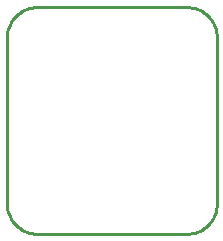
<source format=gbr>
G04 EAGLE Gerber RS-274X export*
G75*
%MOMM*%
%FSLAX34Y34*%
%LPD*%
%IN*%
%IPPOS*%
%AMOC8*
5,1,8,0,0,1.08239X$1,22.5*%
G01*
%ADD10C,0.254000*%


D10*
X0Y25400D02*
X97Y23186D01*
X386Y20989D01*
X865Y18826D01*
X1532Y16713D01*
X2380Y14666D01*
X3403Y12700D01*
X4594Y10831D01*
X5942Y9073D01*
X7440Y7440D01*
X9073Y5942D01*
X10831Y4594D01*
X12700Y3403D01*
X14666Y2380D01*
X16713Y1532D01*
X18826Y865D01*
X20989Y386D01*
X23186Y97D01*
X25400Y0D01*
X152400Y0D01*
X154614Y97D01*
X156811Y386D01*
X158974Y865D01*
X161087Y1532D01*
X163135Y2380D01*
X165100Y3403D01*
X166969Y4594D01*
X168727Y5942D01*
X170361Y7440D01*
X171858Y9073D01*
X173206Y10831D01*
X174397Y12700D01*
X175420Y14666D01*
X176268Y16713D01*
X176935Y18826D01*
X177414Y20989D01*
X177703Y23186D01*
X177800Y25400D01*
X177800Y166370D01*
X177703Y168584D01*
X177414Y170781D01*
X176935Y172944D01*
X176268Y175057D01*
X175420Y177105D01*
X174397Y179070D01*
X173206Y180939D01*
X171858Y182697D01*
X170361Y184331D01*
X168727Y185828D01*
X166969Y187176D01*
X165100Y188367D01*
X163135Y189390D01*
X161087Y190238D01*
X158974Y190905D01*
X156811Y191384D01*
X154614Y191673D01*
X152400Y191770D01*
X25400Y191770D01*
X23186Y191673D01*
X20989Y191384D01*
X18826Y190905D01*
X16713Y190238D01*
X14666Y189390D01*
X12700Y188367D01*
X10831Y187176D01*
X9073Y185828D01*
X7440Y184331D01*
X5942Y182697D01*
X4594Y180939D01*
X3403Y179070D01*
X2380Y177105D01*
X1532Y175057D01*
X865Y172944D01*
X386Y170781D01*
X97Y168584D01*
X0Y166370D01*
X0Y25400D01*
M02*

</source>
